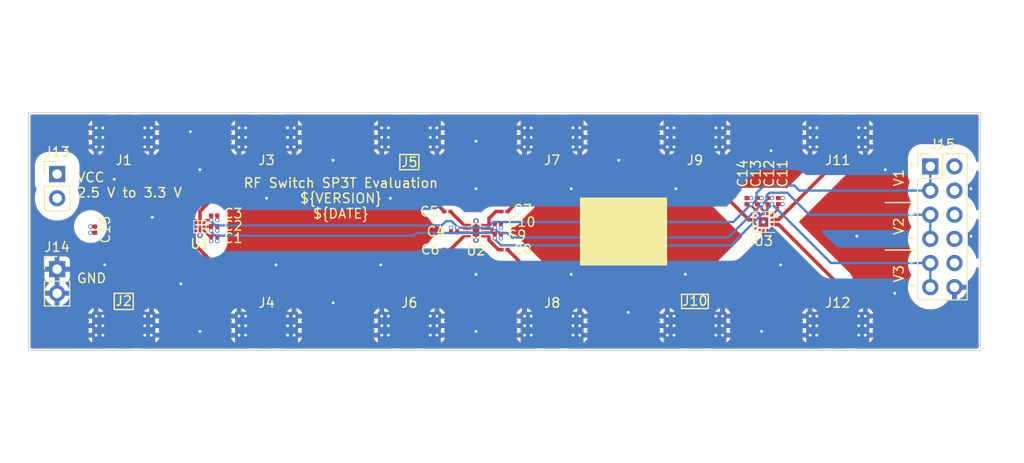
<source format=kicad_pcb>
(kicad_pcb (version 20240108) (generator "pcbnew") (generator_version "8.0")
  (title_block (title "${TITLE}") (date "${DATE}") (rev "${VERSION}") (company "${COPYRIGHT}") (comment 1 "${LICENSE}"))
  (layers (0 "F.Cu" signal) (1 "In1.Cu" signal) (2 "In2.Cu" signal) (31 "B.Cu" signal) (34 "B.Paste" user) (35 "F.Paste" user) (36 "B.SilkS" user "B.Silkscreen") (37 "F.SilkS" user "F.Silkscreen") (38 "B.Mask" user) (39 "F.Mask" user) (44 "Edge.Cuts" user))
  (property "COPYRIGHT" "Copyright 2023-2024 Great Scott Gadgets")
  (property "DATE" "2024-11-11")
  (property "LICENSE" "Licensed under the CERN-OHL-P v2")
  (property "TITLE" "RF Switch SP3T Evaluation")
  (property "VERSION" "0.1.1")
  (net 0 "")
  (net 1 "GND")
  (net 2 "Net-(J9-In)")
  (net 3 "Net-(J10-In)")
  (net 4 "Net-(J11-In)")
  (net 5 "Net-(J12-In)")
  (net 6 "VCC")
  (net 7 "Net-(J1-In)")
  (net 8 "Net-(J2-In)")
  (net 9 "Net-(J3-In)")
  (net 10 "Net-(J4-In)")
  (net 11 "Net-(J5-In)")
  (net 12 "Net-(J6-In)")
  (net 13 "Net-(J7-In)")
  (net 14 "Net-(J8-In)")
  (net 15 "/V2")
  (net 16 "/V1")
  (net 17 "Net-(U2-RFC)")
  (net 18 "Net-(U2-RF1)")
  (net 19 "Net-(U2-RF3)")
  (net 20 "Net-(U2-RF2)")
  (net 21 "/V3")
  (footprint "sma-variants:Linx_SMA_CONSMA003.062" (layer "F.Cu") (at 155 120 90)
    (property "Reference" "J8")
    (property "Value" "Conn_Coaxial")
  )
  (footprint "Capacitor_SMD:C_0201_0603Metric" (layer "F.Cu") (at 150 109.4)
    (property "Reference" "C8")
    (property "Value" "C")
  )
  (footprint "eval:ATSLP-14-1EP_2x2mm_P0.4mm_EP1x1mm" (layer "F.Cu") (at 177.2 106.5 180)
    (property "Reference" "U3")
    (property "Value" "BGS13GA14")
  )
  (footprint "sma-variants:Linx_SMA_CONSMA003.062" (layer "F.Cu") (at 155 95 -90)
    (property "Reference" "J7")
    (property "Value" "Conn_Coaxial")
  )
  (footprint "sma-variants:Linx_SMA_CONSMA003.062" (layer "F.Cu") (at 170 95 -90)
    (property "Reference" "J9")
    (property "Value" "Conn_Coaxial")
  )
  (footprint "gsg-modules:SKY13317-373LF" (layer "F.Cu") (at 147 107.4)
    (property "Reference" "U2")
    (property "Value" "SKY13317" (hide yes))
  )
  (footprint "sma-variants:Linx_SMA_CONSMA003.062" (layer "F.Cu") (at 185 95 -90)
    (property "Reference" "J11")
    (property "Value" "Conn_Coaxial")
  )
  (footprint "eval:TSNP-9-3" (layer "F.Cu") (at 118 107 180)
    (property "Reference" "U1")
    (property "Value" "BGS13SN8")
  )
  (footprint "sma-variants:Linx_SMA_CONSMA003.062" (layer "F.Cu") (at 110 95 -90)
    (property "Reference" "J1")
    (property "Value" "Conn_Coaxial")
  )
  (footprint "Capacitor_SMD:C_0201_0603Metric" (layer "F.Cu") (at 177.6 104.3 90)
    (property "Reference" "C12")
    (property "Value" "C")
  )
  (footprint "Capacitor_SMD:C_0201_0603Metric" (layer "F.Cu") (at 176.5 104.3 90)
    (property "Reference" "C13")
    (property "Value" "C")
  )
  (footprint "Capacitor_SMD:C_0201_0603Metric" (layer "F.Cu") (at 107 107.3 -90)
    (property "Reference" "C15")
    (property "Value" "C")
  )
  (footprint "Capacitor_SMD:C_0201_0603Metric" (layer "F.Cu") (at 178.7 104.3 90)
    (property "Reference" "C11")
    (property "Value" "C")
  )
  (footprint "sma-variants:Linx_SMA_CONSMA003.062" (layer "F.Cu") (at 170 120 90)
    (property "Reference" "J10")
    (property "Value" "Conn_Coaxial")
  )
  (footprint "Capacitor_SMD:C_0201_0603Metric" (layer "F.Cu") (at 144 109.4 180)
    (property "Reference" "C6")
    (property "Value" "C")
  )
  (footprint "Connector_PinHeader_2.54mm:PinHeader_1x02_P2.54mm_Vertical" (layer "F.Cu") (at 103 101.46)
    (property "Reference" "J13")
    (property "Value" "Conn_01x02")
  )
  (footprint "sma-variants:Linx_SMA_CONSMA003.062" (layer "F.Cu") (at 125 120 90)
    (property "Reference" "J4")
    (property "Value" "Conn_Coaxial")
  )
  (footprint "Connector_PinHeader_2.54mm:PinHeader_1x02_P2.54mm_Vertical" (layer "F.Cu") (at 103 111.46)
    (property "Reference" "J14")
    (property "Value" "Conn_01x02")
  )
  (footprint "sma-variants:Linx_SMA_CONSMA003.062" (layer "F.Cu") (at 140 95 -90)
    (property "Reference" "J5")
    (property "Value" "Conn_Coaxial")
  )
  (footprint "Capacitor_SMD:C_0201_0603Metric" (layer "F.Cu") (at 119.5 106.9)
    (property "Reference" "C2")
    (property "Value" "C")
  )
  (footprint "Capacitor_SMD:C_0201_0603Metric" (layer "F.Cu") (at 149.3 106.6)
    (property "Reference" "C10")
    (property "Value" "C")
  )
  (footprint "Capacitor_SMD:C_0201_0603Metric" (layer "F.Cu") (at 119.5 108)
    (property "Reference" "C1")
    (property "Value" "C")
  )
  (footprint "Capacitor_SMD:C_0201_0603Metric" (layer "F.Cu") (at 144 105.4)
    (property "Reference" "C5")
    (property "Value" "C")
  )
  (footprint "Capacitor_SMD:C_0201_0603Metric" (layer "F.Cu") (at 119.5 105.8)
    (property "Reference" "C3")
    (property "Value" "C")
  )
  (footprint "Capacitor_SMD:C_0201_0603Metric" (layer "F.Cu") (at 149.3 107.7)
    (property "Reference" "C9")
    (property "Value" "C")
  )
  (footprint "sma-variants:Linx_SMA_CONSMA003.062" (layer "F.Cu") (at 140 120 90)
    (property "Reference" "J6")
    (property "Value" "Conn_Coaxial")
  )
  (footprint "Connector_PinHeader_2.54mm:PinHeader_2x06_P2.54mm_Vertical" (layer "F.Cu") (at 194.725 100.65)
    (property "Reference" "J15")
    (property "Value" "Conn_02x06_Odd_Even")
  )
  (footprint "Capacitor_SMD:C_0201_0603Metric" (layer "F.Cu") (at 144.7 107.6 180)
    (property "Reference" "C4")
    (property "Value" "C")
  )
  (footprint "Capacitor_SMD:C_0201_0603Metric" (layer "F.Cu") (at 150 105.4 180)
    (property "Reference" "C7")
    (property "Value" "C")
  )
  (footprint "sma-variants:Linx_SMA_CONSMA003.062" (layer "F.Cu") (at 185 120 90)
    (property "Reference" "J12")
    (property "Value" "Conn_Coaxial")
  )
  (footprint "sma-variants:Linx_SMA_CONSMA003.062" (layer "F.Cu") (at 110 120 90)
    (property "Reference" "J2")
    (property "Value" "Conn_Coaxial")
  )
  (footprint "Capacitor_SMD:C_0201_0603Metric" (layer "F.Cu") (at 175.4 104.3 90)
    (property "Reference" "C14")
    (property "Value" "C")
  )
  (footprint "sma-variants:Linx_SMA_CONSMA003.062" (layer "F.Cu") (at 125 95 -90)
    (property "Reference" "J3")
    (property "Value" "Conn_Coaxial")
  )
  (gr_rect (start 158 104) (end 167 111) (stroke (width 0.15)) (fill solid) (layer "F.SilkS"))
  (gr_line (start 192.5 100.45) (end 193 100.45) (stroke (width 0.15)) (layer "F.SilkS"))
  (gr_line (start 192.75 105.45) (end 192.75 105.95) (stroke (width 0.15)) (layer "F.SilkS"))
  (gr_line (start 193 109.45) (end 190 109.45) (stroke (width 0.15)) (layer "F.SilkS"))
  (gr_line (start 192.75 110.45) (end 192.75 110.95) (stroke (width 0.15)) (layer "F.SilkS"))
  (gr_line (start 192.75 100.2) (end 192.75 100.7) (stroke (width 0.15)) (layer "F.SilkS"))
  (gr_rect (start 168.6 114.1) (end 171.4 115.6) (stroke (width 0.15)) (fill none) (layer "F.SilkS"))
  (gr_rect (start 139 99.4) (end 141 101) (stroke (width 0.15)) (fill none) (layer "F.SilkS"))
  (gr_line (start 192.5 110.7) (end 193 110.7) (stroke (width 0.15)) (layer "F.SilkS"))
  (gr_line (start 192.5 102.95) (end 193 102.95) (stroke (width 0.15)) (layer "F.SilkS"))
  (gr_line (start 192.5 113.2) (end 193 113.2) (stroke (width 0.15)) (layer "F.SilkS"))
  (gr_rect (start 109 114) (end 111 115.7) (stroke (width 0.15)) (fill none) (layer "F.SilkS"))
  (gr_line (start 193 104.45) (end 190 104.45) (stroke (width 0.15)) (layer "F.SilkS"))
  (gr_line (start 192.5 108.2) (end 193 108.2) (stroke (width 0.15)) (layer "F.SilkS"))
  (gr_line (start 192.5 105.7) (end 193 105.7) (stroke (width 0.15)) (layer "F.SilkS"))
  (gr_rect (start 100 95) (end 200 120) (stroke (width 0.1)) (fill none) (layer "Edge.Cuts"))
  (gr_text "${TITLE}\n${REVISION}\n${ISSUE_DATE}" (at 132.8 106.2 0) (layer "F.SilkS") (effects (font (size 1 1)) (justify bottom)))
  (gr_text "V3" (at 192 111.95 90) (layer "F.SilkS") (effects (font (size 1 1)) (justify bottom)))
  (gr_text "V1" (at 192 101.85 90) (layer "F.SilkS") (effects (font (size 1 1)) (justify bottom)))
  (gr_text "GND" (at 105 113 0) (layer "F.SilkS") (effects (font (size 1 1)) (justify left bottom)))
  (gr_text "VCC\n2.5 V to 3.3 V" (at 105 104 0) (layer "F.SilkS") (effects (font (size 1 1)) (justify left bottom)))
  (gr_text "V2" (at 192 106.95 90) (layer "F.SilkS") (effects (font (size 1 1)) (justify bottom)))
  (segment (start 119.82 105.8) (end 119.82 106.3) (width 0.36576) (layer "F.Cu") (net 1))
  (segment (start 149.62 107.7) (end 149.62 108.2) (width 0.36576) (layer "F.Cu") (net 1))
  (segment (start 147 107.4) (end 147 108.4) (width 0.25) (layer "F.Cu") (net 1))
  (segment (start 147 107.4) (end 147 106.4) (width 0.25) (layer "F.Cu") (net 1))
  (segment (start 118 107) (end 118 107.4) (width 0.25) (layer "F.Cu") (net 1))
  (segment (start 176.5 103.98) (end 177 103.98) (width 0.36576) (layer "F.Cu") (net 1))
  (segment (start 119.82 108) (end 119.82 108.5) (width 0.36576) (layer "F.Cu") (net 1))
  (segment (start 144.38 107.6) (end 144.38 107.1) (width 0.36576) (layer "F.Cu") (net 1))
  (segment (start 178.7 103.98) (end 179.2 103.98) (width 0.36576) (layer "F.Cu") (net 1))
  (segment (start 119.82 106.9) (end 119.82 107.4) (width 0.36576) (layer "F.Cu") (net 1))
  (segment (start 118 107.4) (end 118 107.9) (width 0.25) (layer "F.Cu") (net 1))
  (segment (start 107 107.62) (end 106.5 107.62) (width 0.36576) (layer "F.Cu") (net 1))
  (segment (start 175.4 103.98) (end 175.9 103.98) (width 0.36576) (layer "F.Cu") (net 1))
  (segment (start 177.6 103.98) (end 178.1 103.98) (width 0.36576) (layer "F.Cu") (net 1))
  (segment (start 149.62 106.6) (end 149.62 107.1) (width 0.36576) (layer "F.Cu") (net 1))
  (via (at 125 104) (size 0.6) (drill 0.3) (layers "F.Cu" "B.Cu") (net 1))
  (via (at 109 102) (size 0.6) (drill 0.3) (layers "F.Cu" "B.Cu") (net 1))
  (via (at 118 118) (size 0.6) (drill 0.3) (layers "F.Cu" "B.Cu") (net 1))
  (via (at 147 112) (size 0.6) (drill 0.3) (layers "F.Cu" "B.Cu") (net 1))
  (via (at 178.1 103.98) (size 0.45) (drill 0.3) (layers "F.Cu" "B.Cu") (net 1))
  (via (at 169 112) (size 0.6) (drill 0.3) (layers "F.Cu" "B.Cu") (net 1))
  (via (at 132 115) (size 0.6) (drill 0.3) (layers "F.Cu" "B.Cu") (net 1))
  (via (at 177 103.98) (size 0.45) (drill 0.3) (layers "F.Cu" "B.Cu") (net 1))
  (via (at 116 113) (size 0.6) (drill 0.3) (layers "F.Cu" "B.Cu") (net 1))
  (via (at 106.5 107.62) (size 0.45) (drill 0.3) (layers "F.Cu" "B.Cu") (net 1))
  (via (at 199 103) (size 0.6) (drill 0.3) (layers "F.Cu" "B.Cu") (net 1))
  (via (at 144.38 107.1) (size 0.45) (drill 0.3) (layers "F.Cu" "B.Cu") (net 1))
  (via (at 118 101) (size 0.6) (drill 0.3) (layers "F.Cu" "B.Cu") (net 1))
  (via (at 108 111) (size 0.6) (drill 0.3) (layers "F.Cu" "B.Cu") (net 1))
  (via (at 179.2 103.98) (size 0.45) (drill 0.3) (layers "F.Cu" "B.Cu") (net 1))
  (via (at 179 111) (size 0.6) (drill 0.3) (layers "F.Cu" "B.Cu") (net 1))
  (via (at 119.82 108.5) (size 0.45) (drill 0.3) (layers "F.Cu" "B.Cu") (net 1))
  (via (at 147 98) (size 0.6) (drill 0.3) (layers "F.Cu" "B.Cu") (net 1))
  (via (at 168 103) (size 0.6) (drill 0.3) (layers "F.Cu" "B.Cu") (net 1))
  (via (at 190 101) (size 0.6) (drill 0.3) (layers "F.Cu" "B.Cu") (net 1))
  (via (at 163 116) (size 0.6) (drill 0.3) (layers "F.Cu" "B.Cu") (net 1))
  (via (at 149.62 107.1) (size 0.45) (drill 0.3) (layers "F.Cu" "B.Cu") (net 1))
  (via (at 177 118) (size 0.6) (drill 0.3) (layers "F.Cu" "B.Cu") (net 1))
  (via (at 137 111) (size 0.6) (drill 0.3) (layers "F.Cu" "B.Cu") (net 1))
  (via (at 191 114) (size 0.6) (drill 0.3) (layers "F.Cu" "B.Cu") (net 1))
  (via (at 187 108) (size 0.6) (drill 0.3) (layers "F.Cu" "B.Cu") (net 1))
  (via (at 157 103) (size 0.6) (drill 0.3) (layers "F.Cu" "B.Cu") (net 1))
  (via (at 149.62 108.2) (size 0.45) (drill 0.3) (layers "F.Cu" "B.Cu") (net 1))
  (via (at 119.82 107.4) (size 0.45) (drill 0.3) (layers "F.Cu" "B.Cu") (net 1))
  (via (at 132 100) (size 0.6) (drill 0.3) (layers "F.Cu" "B.Cu") (net 1))
  (via (at 147 118) (size 0.6) (drill 0.3) (layers "F.Cu" "B.Cu") (net 1))
  (via (at 178 99) (size 0.6) (drill 0.3) (layers "F.Cu" "B.Cu") (net 1))
  (via (at 126 111) (size 0.6) (drill 0.3) (layers "F.Cu" "B.Cu") (net 1))
  (via (at 119.82 106.3) (size 0.45) (drill 0.3) (layers "F.Cu" "B.Cu") (net 1))
  (via (at 147 106.4) (size 0.6) (drill 0.3) (layers "F.Cu" "B.Cu") (net 1))
  (via (at 147 103) (size 0.6) (drill 0.3) (layers "F.Cu" "B.Cu") (net 1))
  (via (at 157 112) (size 0.6) (drill 0.3) (layers "F.Cu" "B.Cu") (net 1))
  (via (at 117 97) (size 0.6) (drill 0.3) (layers "F.Cu" "B.Cu") (net 1))
  (via (at 138 104) (size 0.6) (drill 0.3) (layers "F.Cu" "B.Cu") (net 1))
  (via (at 175.9 103.98) (size 0.45) (drill 0.3) (layers "F.Cu" "B.Cu") (net 1))
  (via (at 162 100) (size 0.6) (drill 0.3) (layers "F.Cu" "B.Cu") (net 1))
  (via (at 147 108.4) (size 0.6) (drill 0.3) (layers "F.Cu" "B.Cu") (net 1))
  (via (at 118 107.9) (size 0.6) (drill 0.3) (layers "F.Cu" "B.Cu") (net 1))
  (via (at 113 106) (size 0.6) (drill 0.3) (layers "F.Cu" "B.Cu") (net 1))
  (via (at 177.2 106.5) (size 0.6) (drill 0.3) (layers "F.Cu" "B.Cu") (net 1))
  (via (at 199 108) (size 0.6) (drill 0.3) (layers "F.Cu" "B.Cu") (net 1))
  (segment (start 175.67 106.27) (end 176.12 106.27) (width 0.36576) (layer "F.Cu") (net 2))
  (segment (start 170 97.132) (end 170 100.6) (width 0.36576) (layer "F.Cu") (net 2))
  (segment (start 170 100.6) (end 175.67 106.27) (width 0.36576) (layer "F.Cu") (net 2))
  (segment (start 170 115.41) (end 177.2 108.21) (width 0.36576) (layer "F.Cu") (net 3))
  (segment (start 177.2 108.21) (end 177.2 107.6) (width 0.36576) (layer "F.Cu") (net 3))
  (segment (start 170 117.968) (end 170 115.41) (width 0.36576) (layer "F.Cu") (net 3))
  (segment (start 178.76 106.25) (end 178.26 106.25) (width 0.36576) (layer "F.Cu") (net 4))
  (segment (start 185 97.132) (end 185 100.01) (width 0.36576) (layer "F.Cu") (net 4))
  (segment (start 185 100.01) (end 178.76 106.25) (width 0.36576) (layer "F.Cu") (net 4))
  (segment (start 185 112.98) (end 178.77 106.75) (width 0.36576) (layer "F.Cu") (net 5))
  (segment (start 178.77 106.75) (end 178.26 106.75) (width 0.36576) (layer "F.Cu") (net 5))
  (segment (start 185 117.968) (end 185 112.98) (width 0.36576) (layer "F.Cu") (net 5))
  (segment (start 119.18 108) (end 119.18 108.5) (width 0.36576) (layer "F.Cu") (net 6))
  (segment (start 107 106.98) (end 106.5 106.98) (width 0.36576) (layer "F.Cu") (net 6))
  (segment (start 178.7 105.17) (end 178.7 104.62) (width 0.23) (layer "F.Cu") (net 6))
  (segment (start 119 108) (end 119.18 108) (width 0.25) (layer "F.Cu") (net 6))
  (segment (start 118.4 107.4) (end 119 108) (width 0.25) (layer "F.Cu") (net 6))
  (segment (start 178.7 104.62) (end 179.2 104.62) (width 0.36576) (layer "F.Cu") (net 6))
  (segment (start 178.045 105.825) (end 178.7 105.17) (width 0.23) (layer "F.Cu") (net 6))
  (via (at 106.5 106.98) (size 0.45) (drill 0.3) (layers "F.Cu" "B.Cu") (net 6))
  (via (at 179.2 104.62) (size 0.45) (drill 0.3) (layers "F.Cu" "B.Cu") (net 6))
  (via (at 119.18 108.5) (size 0.45) (drill 0.3) (layers "F.Cu" "B.Cu") (net 6))
  (segment (start 110 98.9) (end 117.55 106.45) (width 0.36576) (layer "F.Cu") (net 7))
  (segment (start 110 97.132) (end 110 98.9) (width 0.36576) (layer "F.Cu") (net 7))
  (segment (start 110 113.87) (end 116.86 107.01) (width 0.36576) (layer "F.Cu") (net 8))
  (segment (start 117.32 107) (end 117.31 107.01) (width 0.25) (layer "F.Cu") (net 8))
  (segment (start 117.6 107) (end 117.32 107) (width 0.25) (layer "F.Cu") (net 8))
  (segment (start 110 117.968) (end 110 113.87) (width 0.36576) (layer "F.Cu") (net 8))
  (segment (start 116.86 107.01) (end 117.31 107.01) (width 0.36576) (layer "F.Cu") (net 8))
  (segment (start 125 97.132) (end 125 99.52) (width 0.36576) (layer "F.Cu") (net 9))
  (segment (start 118 106.6) (end 118 106.28) (width 0.25) (layer "F.Cu") (net 9))
  (segment (start 118 106.28) (end 118.01 106.27) (width 0.25) (layer "F.Cu") (net 9))
  (segment (start 121.28 103.24) (end 120.13 103.24) (width 0.36576) (layer "F.Cu") (net 9))
  (segment (start 120.13 103.24) (end 118.01 105.36) (width 0.36576) (layer "F.Cu") (net 9))
  (segment (start 125 99.52) (end 121.28 103.24) (width 0.36576) (layer "F.Cu") (net 9))
  (segment (start 118.01 105.36) (end 118.01 106.27) (width 0.36576) (layer "F.Cu") (net 9))
  (segment (start 121.16 111.51) (end 120.1 111.51) (width 0.36576) (layer "F.Cu") (net 10))
  (segment (start 117.6 107.4) (end 117.56 107.4) (width 0.25) (layer "F.Cu") (net 10))
  (segment (start 120.1 111.51) (end 117.39 108.8) (width 0.36576) (layer "F.Cu") (net 10))
  (segment (start 125 115.35) (end 121.16 111.51) (width 0.36576) (layer "F.Cu") (net 10))
  (segment (start 125 117.968) (end 125 115.35) (width 0.36576) (layer "F.Cu") (net 10))
  (segment (start 117.39 108.8) (end 117.39 107.57) (width 0.36576) (layer "F.Cu") (net 10))
  (segment (start 117.56 107.4) (end 117.39 107.57) (width 0.25) (layer "F.Cu") (net 10))
  (segment (start 140 101.72) (end 140 97.132) (width 0.36576) (layer "F.Cu") (net 11))
  (segment (start 143.68 105.4) (end 140 101.72) (width 0.36576) (layer "F.Cu") (net 11))
  (segment (start 143.68 109.4) (end 140 113.08) (width 0.36576) (layer "F.Cu") (net 12))
  (segment (start 140 113.08) (end 140 117.968) (width 0.36576) (layer "F.Cu") (net 12))
  (segment (start 155 100.72) (end 155 97.132) (width 0.36576) (layer "F.Cu") (net 13))
  (segment (start 150.32 105.4) (end 155 100.72) (width 0.36576) (layer "F.Cu") (net 13))
  (segment (start 150.32 109.4) (end 155 114.08) (width 0.36576) (layer "F.Cu") (net 14))
  (segment (start 155 114.08) (end 155 117.968) (width 0.36576) (layer "F.Cu") (net 14))
  (segment (start 176.5 104.62) (end 177 104.62) (width 0.36576) (layer "F.Cu") (net 15))
  (segment (start 148.88 107.2) (end 148.98 107.1) (width 0.24) (layer "F.Cu") (net 15))
  (segment (start 148.98 106.6) (end 148.98 107.1) (width 0.36576) (layer "F.Cu") (net 15))
  (segment (start 177.2 105.33) (end 177 105.13) (width 0.23) (layer "F.Cu") (net 15))
  (segment (start 119.08 107) (end 118.4 107) (width 0.25) (layer "F.Cu") (net 15))
  (segment (start 177.2 105.655) (end 177.2 105.33) (width 0.23) (layer "F.Cu") (net 15))
  (segment (start 119.18 106.9) (end 119.08 107) (width 0.25) (layer "F.Cu") (net 15))
  (segment (start 147.95 107.2) (end 148.88 107.2) (width 0.24) (layer "F.Cu") (net 15))
  (segment (start 177 105.13) (end 177 104.62) (width 0.23) (layer "F.Cu") (net 15))
  (segment (start 119.18 106.9) (end 119.18 107.4) (width 0.36576) (layer "F.Cu") (net 15))
  (via (at 119.18 107.4) (size 0.45) (drill 0.3) (layers "F.Cu" "B.Cu") (net 15))
  (via (at 148.98 107.1) (size 0.45) (drill 0.3) (layers "F.Cu" "B.Cu") (net 15))
  (via (at 177 104.62) (size 0.45) (drill 0.3) (layers "F.Cu" "B.Cu") (net 15))
  (segment (start 149.427537 107.65) (end 148.98 107.202463) (width 0.25) (layer "B.Cu") (net 15))
  (segment (start 177.56 103.68) (end 177.56 104.162463) (width 0.25) (layer "B.Cu") (net 15))
  (segment (start 119.18 107.4) (end 119.18 107.52) (width 0.25) (layer "B.Cu") (net 15))
  (segment (start 150.75 108.13) (end 150.27 107.65) (width 0.25) (layer "B.Cu") (net 15))
  (segment (start 194.725 105.73) (end 194.725 108.27) (width 0.25) (layer "B.Cu") (net 15))
  (segment (start 173.49 108.13) (end 150.75 108.13) (width 0.25) (layer "B.Cu") (net 15))
  (segment (start 119.59 107.93) (end 140.49 107.93) (width 0.25) (layer "B.Cu") (net 15))
  (segment (start 177.82 103.42) (end 177.56 103.68) (width 0.25) (layer "B.Cu") (net 15))
  (segment (start 140.77 107.65) (end 148.43 107.65) (width 0.25) (layer "B.Cu") (net 15))
  (segment (start 148.43 107.65) (end 148.98 107.1) (width 0.25) (layer "B.Cu") (net 15))
  (segment (start 177.56 104.162463) (end 177.102463 104.62) (width 0.25) (layer "B.Cu") (net 15))
  (segment (start 179.7 103.42) (end 177.82 103.42) (width 0.25) (layer "B.Cu") (net 15))
  (segment (start 194.725 105.73) (end 182.01 105.73) (width 0.25) (layer "B.Cu") (net 15))
  (segment (start 119.18 107.52) (end 119.59 107.93) (width 0.25) (layer "B.Cu") (net 15))
  (segment (start 150.27 107.65) (end 149.427537 107.65) (width 0.25) (layer "B.Cu") (net 15))
  (segment (start 177 104.62) (end 173.49 108.13) (width 0.25) (layer "B.Cu") (net 15))
  (segment (start 177.102463 104.62) (end 177 104.62) (width 0.25) (layer "B.Cu") (net 15))
  (segment (start 140.49 107.93) (end 140.77 107.65) (width 0.25) (layer "B.Cu") (net 15))
  (segment (start 182.01 105.73) (end 179.7 103.42) (width 0.25) (layer "B.Cu") (net 15))
  (segment (start 148.98 107.202463) (end 148.98 107.1) (width 0.25) (layer "B.Cu") (net 15))
  (segment (start 119.18 106.3) (end 118.7 106.3) (width 0.25) (layer "F.Cu") (net 16))
  (segment (start 176.8 105.655) (end 175.9 104.755) (width 0.23) (layer "F.Cu") (net 16))
  (segment (start 175.4 104.62) (end 175.9 104.62) (width 0.36576) (layer "F.Cu") (net 16))
  (segment (start 175.9 104.755) (end 175.9 104.62) (width 0.23) (layer "F.Cu") (net 16))
  (segment (start 145.02 107.6) (end 145.02 107.1) (width 0.36576) (layer "F.Cu") (net 16))
  (segment (start 118.7 106.3) (end 118.4 106.6) (width 0.25) (layer "F.Cu") (net 16))
  (segment (start 119.18 105.8) (end 119.18 106.3) (width 0.36576) (layer "F.Cu") (net 16))
  (segment (start 146.05 107.6) (end 145.02 107.6) (width 0.24) (layer "F.Cu") (net 16))
  (via (at 119.18 106.3) (size 0.45) (drill 0.3) (layers "F.Cu" "B.Cu") (net 16))
  (via (at 145.02 107.1) (size 0.45) (drill 0.3) (layers "F.Cu" "B.Cu") (net 16))
  (via (at 175.9 104.62) (size 0.45) (drill 0.3) (layers "F.Cu" "B.Cu") (net 16))
  (segment (start 148.237537 107.1) (end 148.837537 106.5) (width 0.25) (layer "B.Cu") (net 16))
  (segment (start 194.725 100.65) (end 194.725 103.19) (width 0.25) (layer "B.Cu") (net 16))
  (segment (start 174.02 106.5) (end 175.9 104.62) (width 0.25) (layer "B.Cu") (net 16))
  (segment (start 144.432463 106.41) (end 145.02 106.997537) (width 0.25) (layer "B.Cu") (net 16))
  (segment (start 148.837537 106.5) (end 174.02 106.5) (width 0.25) (layer "B.Cu") (net 16))
  (segment (start 180.43 102.66) (end 180.96 103.19) (width 0.25) (layer "B.Cu") (net 16))
  (segment (start 145.02 107.1) (end 148.237537 107.1) (width 0.25) (layer "B.Cu") (net 16))
  (segment (start 119.18 106.3) (end 119.18 106.42) (width 0.25) (layer "B.Cu") (net 16))
  (segment (start 143.41 106.86) (end 143.86 106.41) (width 0.25) (layer "B.Cu") (net 16))
  (segment (start 177.26 102.66) (end 180.43 102.66) (width 0.25) (layer "B.Cu") (net 16))
  (segment (start 176.47 103.45) (end 177.26 102.66) (width 0.25) (layer "B.Cu") (net 16))
  (segment (start 180.96 103.19) (end 194.725 103.19) (width 0.25) (layer "B.Cu") (net 16))
  (segment (start 119.18 106.42) (end 119.62 106.86) (width 0.25) (layer "B.Cu") (net 16))
  (segment (start 143.86 106.41) (end 144.432463 106.41) (width 0.25) (layer "B.Cu") (net 16))
  (segment (start 175.9 104.62) (end 176.02 104.62) (width 0.25) (layer "B.Cu") (net 16))
  (segment (start 119.62 106.86) (end 143.41 106.86) (width 0.25) (layer "B.Cu") (net 16))
  (segment (start 176.02 104.62) (end 176.47 104.17) (width 0.25) (layer "B.Cu") (net 16))
  (segment (start 145.02 106.997537) (end 145.02 107.1) (width 0.25) (layer "B.Cu") (net 16))
  (segment (start 176.47 104.17) (end 176.47 103.45) (width 0.25) (layer "B.Cu") (net 16))
  (segment (start 144.32 105.4) (end 145.64 106.72) (width 0.36576) (layer "F.Cu") (net 17))
  (segment (start 144.32 109.4) (end 145.64 108.08) (width 0.36576) (layer "F.Cu") (net 18))
  (segment (start 149.08 105.4) (end 148.37 106.11) (width 0.36576) (layer "F.Cu") (net 19))
  (segment (start 149.68 105.4) (end 149.08 105.4) (width 0.36576) (layer "F.Cu") (net 19))
  (segment (start 148.37 106.11) (end 148.37 106.75) (width 0.36576) (layer "F.Cu") (net 19))
  (segment (start 148.36 108.404317) (end 148.36 108.06) (width 0.36576) (layer "F.Cu") (net 20))
  (segment (start 149.355683 109.4) (end 148.36 108.404317) (width 0.36576) (layer "F.Cu") (net 20))
  (segment (start 149.68 109.4) (end 149.355683 109.4) (width 0.36576) (layer "F.Cu") (net 20))
  (segment (start 177.6 104.62) (end 178.1 104.62) (width 0.36576) (layer "F.Cu") (net 21))
  (segment (start 148.98 107.7) (end 148.98 108.2) (width 0.36576) (layer "F.Cu") (net 21))
  (segment (start 148.82 107.7) (end 148.98 107.7) (width 0.24) (layer "F.Cu") (net 21))
  (segment (start 147.95 107.6) (end 148.72 107.6) (width 0.24) (layer "F.Cu") (net 21))
  (segment (start 148.72 107.6) (end 148.82 107.7) (width 0.24) (layer "F.Cu") (net 21))
  (segment (start 177.6 105.655) (end 177.6 104.62) (width 0.23) (layer "F.Cu") (net 21))
  (via (at 178.1 104.62) (size 0.45) (drill 0.3) (layers "F.Cu" "B.Cu") (net 21))
  (via (at 148.98 108.2) (size 0.45) (drill 0.3) (layers "F.Cu" "B.Cu") (net 21))
  (segment (start 178.1 104.62) (end 173.77 108.95) (width 0.25) (layer "B.Cu") (net 21))
  (segment (start 194.725 110.81) (end 194.725 113.35) (width 0.25) (layer "B.Cu") (net 21))
  (segment (start 173.77 108.95) (end 149.627537 108.95) (width 0.25) (layer "B.Cu") (net 21))
  (segment (start 148.98 108.302463) (end 148.98 108.2) (width 0.25) (layer "B.Cu") (net 21))
  (segment (start 149.627537 108.95) (end 148.98 108.302463) (width 0.25) (layer "B.Cu") (net 21))
  (segment (start 184.29 110.81) (end 178.1 104.62) (width 0.25) (layer "B.Cu") (net 21))
  (segment (start 194.725 110.81) (end 184.29 110.81) (width 0.25) (layer "B.Cu") (net 21))
  (zone (net 1) (net_name "GND") (layers "F&B.Cu") (priority 2) (connect_pads thru_hole_only (clearance 1.5)) (min_thickness 0.25) (fill yes (thermal_gap 0.5) (thermal_bridge_width 0.5) (island_removal_mode 2) (island_area_min 10))
    (polygon (pts (xy 97 92) (xy 203 92) (xy 203 123) (xy 97 123)))
  )
)
</source>
